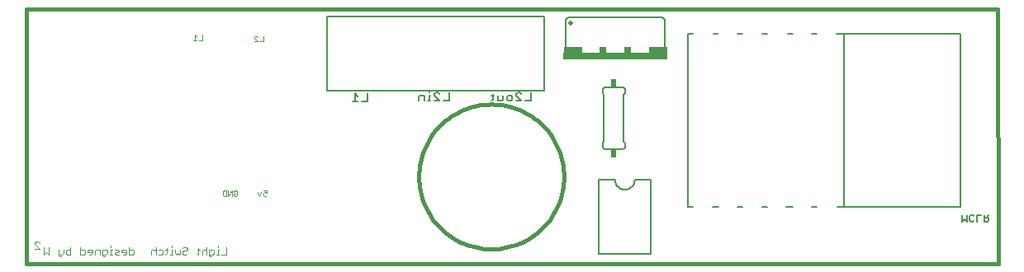
<source format=gbo>
G75*
G70*
%OFA0B0*%
%FSLAX24Y24*%
%IPPOS*%
%LPD*%
%AMOC8*
5,1,8,0,0,1.08239X$1,22.5*
%
%ADD10C,0.0030*%
%ADD11C,0.0160*%
%ADD12C,0.0070*%
%ADD13C,0.0060*%
%ADD14C,0.0050*%
%ADD15C,0.0200*%
%ADD16R,0.4200X0.0250*%
%ADD17R,0.0750X0.0250*%
%ADD18R,0.0300X0.0250*%
%ADD19R,0.0240X0.0340*%
%ADD20C,0.0020*%
D10*
X001474Y001254D02*
X001522Y001206D01*
X001571Y001206D01*
X001619Y001303D02*
X001474Y001303D01*
X001474Y001254D02*
X001474Y001496D01*
X001667Y001496D02*
X001667Y001351D01*
X001619Y001303D01*
X001769Y001351D02*
X001769Y001448D01*
X001817Y001496D01*
X001962Y001496D01*
X001962Y001593D02*
X001962Y001303D01*
X001817Y001303D01*
X001769Y001351D01*
X002358Y001303D02*
X002503Y001303D01*
X002551Y001351D01*
X002551Y001448D01*
X002503Y001496D01*
X002358Y001496D01*
X002358Y001593D02*
X002358Y001303D01*
X002652Y001400D02*
X002846Y001400D01*
X002846Y001448D02*
X002798Y001496D01*
X002701Y001496D01*
X002652Y001448D01*
X002652Y001400D01*
X002701Y001303D02*
X002798Y001303D01*
X002846Y001351D01*
X002846Y001448D01*
X002947Y001448D02*
X002947Y001303D01*
X002947Y001448D02*
X002996Y001496D01*
X003141Y001496D01*
X003141Y001303D01*
X003242Y001303D02*
X003387Y001303D01*
X003435Y001351D01*
X003435Y001448D01*
X003387Y001496D01*
X003242Y001496D01*
X003242Y001254D01*
X003290Y001206D01*
X003339Y001206D01*
X003535Y001303D02*
X003632Y001303D01*
X003583Y001303D02*
X003583Y001496D01*
X003632Y001496D01*
X003733Y001496D02*
X003878Y001496D01*
X003926Y001448D01*
X003878Y001400D01*
X003781Y001400D01*
X003733Y001351D01*
X003781Y001303D01*
X003926Y001303D01*
X004028Y001400D02*
X004221Y001400D01*
X004221Y001448D02*
X004173Y001496D01*
X004076Y001496D01*
X004028Y001448D01*
X004028Y001400D01*
X004076Y001303D02*
X004173Y001303D01*
X004221Y001351D01*
X004221Y001448D01*
X004322Y001496D02*
X004467Y001496D01*
X004516Y001448D01*
X004516Y001351D01*
X004467Y001303D01*
X004322Y001303D01*
X004322Y001593D01*
X003583Y001593D02*
X003583Y001641D01*
X005206Y001448D02*
X005206Y001303D01*
X005206Y001448D02*
X005255Y001496D01*
X005351Y001496D01*
X005400Y001448D01*
X005501Y001496D02*
X005646Y001496D01*
X005694Y001448D01*
X005694Y001351D01*
X005646Y001303D01*
X005501Y001303D01*
X005400Y001303D02*
X005400Y001593D01*
X005794Y001496D02*
X005891Y001496D01*
X005842Y001545D02*
X005842Y001351D01*
X005794Y001303D01*
X005990Y001303D02*
X006087Y001303D01*
X006039Y001303D02*
X006039Y001496D01*
X006087Y001496D01*
X006188Y001496D02*
X006188Y001351D01*
X006237Y001303D01*
X006285Y001351D01*
X006333Y001303D01*
X006382Y001351D01*
X006382Y001496D01*
X006483Y001545D02*
X006531Y001593D01*
X006628Y001593D01*
X006676Y001545D01*
X006676Y001496D01*
X006628Y001448D01*
X006531Y001448D01*
X006483Y001400D01*
X006483Y001351D01*
X006531Y001303D01*
X006628Y001303D01*
X006676Y001351D01*
X007071Y001303D02*
X007119Y001351D01*
X007119Y001545D01*
X007071Y001496D02*
X007168Y001496D01*
X007269Y001448D02*
X007269Y001303D01*
X007269Y001448D02*
X007317Y001496D01*
X007414Y001496D01*
X007462Y001448D01*
X007563Y001496D02*
X007563Y001254D01*
X007612Y001206D01*
X007660Y001206D01*
X007708Y001303D02*
X007563Y001303D01*
X007462Y001303D02*
X007462Y001593D01*
X007563Y001496D02*
X007708Y001496D01*
X007757Y001448D01*
X007757Y001351D01*
X007708Y001303D01*
X007857Y001303D02*
X007953Y001303D01*
X007905Y001303D02*
X007905Y001496D01*
X007953Y001496D01*
X007905Y001593D02*
X007905Y001641D01*
X008248Y001593D02*
X008248Y001303D01*
X008054Y001303D01*
X006039Y001593D02*
X006039Y001641D01*
X001078Y001593D02*
X001078Y001303D01*
X000981Y001400D01*
X000885Y001303D01*
X000885Y001593D01*
X000700Y001520D02*
X000507Y001714D01*
X000507Y001762D01*
X000555Y001811D01*
X000652Y001811D01*
X000700Y001762D01*
X000700Y001520D02*
X000507Y001520D01*
D11*
X000180Y000931D02*
X039400Y000931D01*
X039393Y011222D01*
X000188Y011238D01*
X000180Y000931D01*
X016020Y004448D02*
X016024Y004592D01*
X016034Y004735D01*
X016052Y004878D01*
X016076Y005019D01*
X016108Y005159D01*
X016146Y005298D01*
X016191Y005434D01*
X016243Y005568D01*
X016301Y005700D01*
X016366Y005828D01*
X016437Y005953D01*
X016513Y006075D01*
X016596Y006192D01*
X016685Y006306D01*
X016778Y006414D01*
X016878Y006518D01*
X016982Y006618D01*
X017090Y006711D01*
X017204Y006800D01*
X017321Y006883D01*
X017443Y006959D01*
X017568Y007030D01*
X017696Y007095D01*
X017828Y007153D01*
X017962Y007205D01*
X018098Y007250D01*
X018237Y007288D01*
X018377Y007320D01*
X018518Y007344D01*
X018661Y007362D01*
X018804Y007372D01*
X018948Y007376D01*
X019092Y007372D01*
X019235Y007362D01*
X019378Y007344D01*
X019519Y007320D01*
X019659Y007288D01*
X019798Y007250D01*
X019934Y007205D01*
X020068Y007153D01*
X020200Y007095D01*
X020328Y007030D01*
X020453Y006959D01*
X020575Y006883D01*
X020692Y006800D01*
X020806Y006711D01*
X020914Y006618D01*
X021018Y006518D01*
X021118Y006414D01*
X021211Y006306D01*
X021300Y006192D01*
X021383Y006075D01*
X021459Y005953D01*
X021530Y005828D01*
X021595Y005700D01*
X021653Y005568D01*
X021705Y005434D01*
X021750Y005298D01*
X021788Y005159D01*
X021820Y005019D01*
X021844Y004878D01*
X021862Y004735D01*
X021872Y004592D01*
X021876Y004448D01*
X021872Y004304D01*
X021862Y004161D01*
X021844Y004018D01*
X021820Y003877D01*
X021788Y003737D01*
X021750Y003598D01*
X021705Y003462D01*
X021653Y003328D01*
X021595Y003196D01*
X021530Y003068D01*
X021459Y002943D01*
X021383Y002821D01*
X021300Y002704D01*
X021211Y002590D01*
X021118Y002482D01*
X021018Y002378D01*
X020914Y002278D01*
X020806Y002185D01*
X020692Y002096D01*
X020575Y002013D01*
X020453Y001937D01*
X020328Y001866D01*
X020200Y001801D01*
X020068Y001743D01*
X019934Y001691D01*
X019798Y001646D01*
X019659Y001608D01*
X019519Y001576D01*
X019378Y001552D01*
X019235Y001534D01*
X019092Y001524D01*
X018948Y001520D01*
X018804Y001524D01*
X018661Y001534D01*
X018518Y001552D01*
X018377Y001576D01*
X018237Y001608D01*
X018098Y001646D01*
X017962Y001691D01*
X017828Y001743D01*
X017696Y001801D01*
X017568Y001866D01*
X017443Y001937D01*
X017321Y002013D01*
X017204Y002096D01*
X017090Y002185D01*
X016982Y002278D01*
X016878Y002378D01*
X016778Y002482D01*
X016685Y002590D01*
X016596Y002704D01*
X016513Y002821D01*
X016437Y002943D01*
X016366Y003068D01*
X016301Y003196D01*
X016243Y003328D01*
X016191Y003462D01*
X016146Y003598D01*
X016108Y003737D01*
X016076Y003877D01*
X016052Y004018D01*
X016034Y004161D01*
X016024Y004304D01*
X016020Y004448D01*
D12*
X013933Y007483D02*
X013713Y007483D01*
X013565Y007483D02*
X013345Y007483D01*
X013455Y007483D02*
X013455Y007813D01*
X013565Y007703D01*
X013933Y007813D02*
X013933Y007483D01*
X016031Y007513D02*
X016031Y007678D01*
X016086Y007733D01*
X016251Y007733D01*
X016251Y007513D01*
X016387Y007513D02*
X016497Y007513D01*
X016442Y007513D02*
X016442Y007733D01*
X016497Y007733D01*
X016442Y007843D02*
X016442Y007898D01*
X016645Y007788D02*
X016700Y007843D01*
X016810Y007843D01*
X016865Y007788D01*
X016645Y007788D02*
X016645Y007733D01*
X016865Y007513D01*
X016645Y007513D01*
X017013Y007513D02*
X017233Y007513D01*
X017233Y007843D01*
X018950Y007733D02*
X019060Y007733D01*
X019005Y007788D02*
X019005Y007568D01*
X018950Y007513D01*
X019208Y007513D02*
X019208Y007733D01*
X019208Y007513D02*
X019373Y007513D01*
X019428Y007568D01*
X019428Y007733D01*
X019577Y007678D02*
X019632Y007733D01*
X019742Y007733D01*
X019797Y007678D01*
X019797Y007568D01*
X019742Y007513D01*
X019632Y007513D01*
X019577Y007568D01*
X019577Y007678D01*
X019945Y007733D02*
X020165Y007513D01*
X019945Y007513D01*
X019945Y007733D02*
X019945Y007788D01*
X020000Y007843D01*
X020110Y007843D01*
X020165Y007788D01*
X020533Y007843D02*
X020533Y007513D01*
X020313Y007513D01*
D13*
X023448Y007818D02*
X023498Y007768D01*
X023498Y005868D01*
X023448Y005818D01*
X023448Y005668D01*
X023450Y005651D01*
X023454Y005634D01*
X023461Y005618D01*
X023471Y005604D01*
X023484Y005591D01*
X023498Y005581D01*
X023514Y005574D01*
X023531Y005570D01*
X023548Y005568D01*
X024248Y005568D01*
X024265Y005570D01*
X024282Y005574D01*
X024298Y005581D01*
X024312Y005591D01*
X024325Y005604D01*
X024335Y005618D01*
X024342Y005634D01*
X024346Y005651D01*
X024348Y005668D01*
X024348Y005818D01*
X024298Y005868D01*
X024298Y007768D01*
X024348Y007818D01*
X024348Y007968D01*
X024346Y007985D01*
X024342Y008002D01*
X024335Y008018D01*
X024325Y008032D01*
X024312Y008045D01*
X024298Y008055D01*
X024282Y008062D01*
X024265Y008066D01*
X024248Y008068D01*
X023548Y008068D01*
X023531Y008066D01*
X023514Y008062D01*
X023498Y008055D01*
X023484Y008045D01*
X023471Y008032D01*
X023461Y008018D01*
X023454Y008002D01*
X023450Y007985D01*
X023448Y007968D01*
X023448Y007818D01*
X021958Y009638D02*
X021958Y010788D01*
X022058Y010888D01*
X025858Y010888D01*
X025958Y010788D01*
X025958Y009638D01*
X025389Y004324D02*
X024739Y004324D01*
X024737Y004285D01*
X024731Y004246D01*
X024722Y004208D01*
X024709Y004171D01*
X024692Y004135D01*
X024672Y004102D01*
X024648Y004070D01*
X024622Y004041D01*
X024593Y004015D01*
X024561Y003991D01*
X024528Y003971D01*
X024492Y003954D01*
X024455Y003941D01*
X024417Y003932D01*
X024378Y003926D01*
X024339Y003924D01*
X024300Y003926D01*
X024261Y003932D01*
X024223Y003941D01*
X024186Y003954D01*
X024150Y003971D01*
X024117Y003991D01*
X024085Y004015D01*
X024056Y004041D01*
X024030Y004070D01*
X024006Y004102D01*
X023986Y004135D01*
X023969Y004171D01*
X023956Y004208D01*
X023947Y004246D01*
X023941Y004285D01*
X023939Y004324D01*
X023289Y004324D01*
X023289Y001324D01*
X025389Y001324D01*
X025389Y004324D01*
X037962Y002890D02*
X037962Y002629D01*
X038049Y002716D01*
X038136Y002629D01*
X038136Y002890D01*
X038257Y002846D02*
X038300Y002890D01*
X038387Y002890D01*
X038430Y002846D01*
X038551Y002890D02*
X038551Y002629D01*
X038430Y002673D02*
X038387Y002629D01*
X038300Y002629D01*
X038257Y002673D01*
X038257Y002846D01*
X038551Y002890D02*
X038725Y002890D01*
X038846Y002890D02*
X038846Y002629D01*
X038976Y002629D01*
X039019Y002673D01*
X039019Y002759D01*
X038976Y002803D01*
X038846Y002803D01*
X038933Y002803D02*
X039019Y002890D01*
D14*
X037886Y003215D02*
X037886Y010215D01*
X033186Y010215D01*
X033186Y003215D01*
X037886Y003215D01*
X033186Y003221D02*
X032910Y003221D01*
X032083Y003221D02*
X031886Y003221D01*
X031099Y003221D02*
X030863Y003221D01*
X030075Y003221D02*
X029879Y003221D01*
X029091Y003221D02*
X028894Y003221D01*
X028107Y003221D02*
X027871Y003221D01*
X027083Y003221D02*
X026886Y003221D01*
X026886Y003215D01*
X026886Y003221D02*
X026886Y010215D01*
X026886Y010229D02*
X027083Y010229D01*
X027910Y010229D02*
X028067Y010229D01*
X028894Y010229D02*
X029091Y010229D01*
X029879Y010229D02*
X030075Y010229D01*
X030902Y010229D02*
X031099Y010229D01*
X031886Y010229D02*
X032083Y010229D01*
X032871Y010229D02*
X033225Y010229D01*
X021068Y010928D02*
X021068Y007928D01*
X012318Y007928D01*
X012318Y010928D01*
X021068Y010928D01*
D15*
X022138Y010648D03*
D16*
X023958Y009313D03*
D17*
X022233Y009563D03*
X025683Y009563D03*
D18*
X024458Y009563D03*
X023458Y009563D03*
D19*
X023898Y008238D03*
X023898Y005398D03*
D20*
X009880Y003888D02*
X009880Y003778D01*
X009807Y003815D01*
X009770Y003815D01*
X009734Y003778D01*
X009734Y003705D01*
X009770Y003668D01*
X009844Y003668D01*
X009880Y003705D01*
X009659Y003815D02*
X009586Y003668D01*
X009513Y003815D01*
X009734Y003888D02*
X009880Y003888D01*
X008688Y003839D02*
X008688Y003693D01*
X008651Y003656D01*
X008578Y003656D01*
X008541Y003693D01*
X008541Y003766D01*
X008615Y003766D01*
X008688Y003839D02*
X008651Y003876D01*
X008578Y003876D01*
X008541Y003839D01*
X008467Y003876D02*
X008320Y003656D01*
X008320Y003876D01*
X008246Y003876D02*
X008136Y003876D01*
X008099Y003839D01*
X008099Y003693D01*
X008136Y003656D01*
X008246Y003656D01*
X008246Y003876D01*
X008467Y003876D02*
X008467Y003656D01*
X009369Y009918D02*
X009516Y009918D01*
X009369Y010065D01*
X009369Y010101D01*
X009406Y010138D01*
X009479Y010138D01*
X009516Y010101D01*
X009590Y009918D02*
X009737Y009918D01*
X009737Y010138D01*
X007286Y010175D02*
X007286Y009955D01*
X007139Y009955D01*
X007065Y009955D02*
X006918Y009955D01*
X006992Y009955D02*
X006992Y010175D01*
X007065Y010102D01*
M02*

</source>
